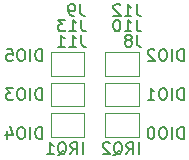
<source format=gbr>
%TF.GenerationSoftware,KiCad,Pcbnew,(5.1.10)-1*%
%TF.CreationDate,2021-05-28T10:13:55+00:00*%
%TF.ProjectId,co2_sensor_node,636f325f-7365-46e7-936f-725f6e6f6465,rev?*%
%TF.SameCoordinates,Original*%
%TF.FileFunction,Legend,Bot*%
%TF.FilePolarity,Positive*%
%FSLAX46Y46*%
G04 Gerber Fmt 4.6, Leading zero omitted, Abs format (unit mm)*
G04 Created by KiCad (PCBNEW (5.1.10)-1) date 2021-05-28 10:13:55*
%MOMM*%
%LPD*%
G01*
G04 APERTURE LIST*
%ADD10C,0.150000*%
%ADD11C,0.120000*%
G04 APERTURE END LIST*
D10*
X158700000Y-121952380D02*
X158700000Y-120952380D01*
X158461904Y-120952380D01*
X158319047Y-121000000D01*
X158223809Y-121095238D01*
X158176190Y-121190476D01*
X158128571Y-121380952D01*
X158128571Y-121523809D01*
X158176190Y-121714285D01*
X158223809Y-121809523D01*
X158319047Y-121904761D01*
X158461904Y-121952380D01*
X158700000Y-121952380D01*
X157700000Y-121952380D02*
X157700000Y-120952380D01*
X157033333Y-120952380D02*
X156842857Y-120952380D01*
X156747619Y-121000000D01*
X156652380Y-121095238D01*
X156604761Y-121285714D01*
X156604761Y-121619047D01*
X156652380Y-121809523D01*
X156747619Y-121904761D01*
X156842857Y-121952380D01*
X157033333Y-121952380D01*
X157128571Y-121904761D01*
X157223809Y-121809523D01*
X157271428Y-121619047D01*
X157271428Y-121285714D01*
X157223809Y-121095238D01*
X157128571Y-121000000D01*
X157033333Y-120952380D01*
X156223809Y-121047619D02*
X156176190Y-121000000D01*
X156080952Y-120952380D01*
X155842857Y-120952380D01*
X155747619Y-121000000D01*
X155700000Y-121047619D01*
X155652380Y-121142857D01*
X155652380Y-121238095D01*
X155700000Y-121380952D01*
X156271428Y-121952380D01*
X155652380Y-121952380D01*
X158700000Y-125252380D02*
X158700000Y-124252380D01*
X158461904Y-124252380D01*
X158319047Y-124300000D01*
X158223809Y-124395238D01*
X158176190Y-124490476D01*
X158128571Y-124680952D01*
X158128571Y-124823809D01*
X158176190Y-125014285D01*
X158223809Y-125109523D01*
X158319047Y-125204761D01*
X158461904Y-125252380D01*
X158700000Y-125252380D01*
X157700000Y-125252380D02*
X157700000Y-124252380D01*
X157033333Y-124252380D02*
X156842857Y-124252380D01*
X156747619Y-124300000D01*
X156652380Y-124395238D01*
X156604761Y-124585714D01*
X156604761Y-124919047D01*
X156652380Y-125109523D01*
X156747619Y-125204761D01*
X156842857Y-125252380D01*
X157033333Y-125252380D01*
X157128571Y-125204761D01*
X157223809Y-125109523D01*
X157271428Y-124919047D01*
X157271428Y-124585714D01*
X157223809Y-124395238D01*
X157128571Y-124300000D01*
X157033333Y-124252380D01*
X155652380Y-125252380D02*
X156223809Y-125252380D01*
X155938095Y-125252380D02*
X155938095Y-124252380D01*
X156033333Y-124395238D01*
X156128571Y-124490476D01*
X156223809Y-124538095D01*
X158700000Y-128552380D02*
X158700000Y-127552380D01*
X158461904Y-127552380D01*
X158319047Y-127600000D01*
X158223809Y-127695238D01*
X158176190Y-127790476D01*
X158128571Y-127980952D01*
X158128571Y-128123809D01*
X158176190Y-128314285D01*
X158223809Y-128409523D01*
X158319047Y-128504761D01*
X158461904Y-128552380D01*
X158700000Y-128552380D01*
X157700000Y-128552380D02*
X157700000Y-127552380D01*
X157033333Y-127552380D02*
X156842857Y-127552380D01*
X156747619Y-127600000D01*
X156652380Y-127695238D01*
X156604761Y-127885714D01*
X156604761Y-128219047D01*
X156652380Y-128409523D01*
X156747619Y-128504761D01*
X156842857Y-128552380D01*
X157033333Y-128552380D01*
X157128571Y-128504761D01*
X157223809Y-128409523D01*
X157271428Y-128219047D01*
X157271428Y-127885714D01*
X157223809Y-127695238D01*
X157128571Y-127600000D01*
X157033333Y-127552380D01*
X155985714Y-127552380D02*
X155890476Y-127552380D01*
X155795238Y-127600000D01*
X155747619Y-127647619D01*
X155700000Y-127742857D01*
X155652380Y-127933333D01*
X155652380Y-128171428D01*
X155700000Y-128361904D01*
X155747619Y-128457142D01*
X155795238Y-128504761D01*
X155890476Y-128552380D01*
X155985714Y-128552380D01*
X156080952Y-128504761D01*
X156128571Y-128457142D01*
X156176190Y-128361904D01*
X156223809Y-128171428D01*
X156223809Y-127933333D01*
X156176190Y-127742857D01*
X156128571Y-127647619D01*
X156080952Y-127600000D01*
X155985714Y-127552380D01*
X154900000Y-129852380D02*
X154900000Y-128852380D01*
X153852380Y-129852380D02*
X154185714Y-129376190D01*
X154423809Y-129852380D02*
X154423809Y-128852380D01*
X154042857Y-128852380D01*
X153947619Y-128900000D01*
X153900000Y-128947619D01*
X153852380Y-129042857D01*
X153852380Y-129185714D01*
X153900000Y-129280952D01*
X153947619Y-129328571D01*
X154042857Y-129376190D01*
X154423809Y-129376190D01*
X152757142Y-129947619D02*
X152852380Y-129900000D01*
X152947619Y-129804761D01*
X153090476Y-129661904D01*
X153185714Y-129614285D01*
X153280952Y-129614285D01*
X153233333Y-129852380D02*
X153328571Y-129804761D01*
X153423809Y-129709523D01*
X153471428Y-129519047D01*
X153471428Y-129185714D01*
X153423809Y-128995238D01*
X153328571Y-128900000D01*
X153233333Y-128852380D01*
X153042857Y-128852380D01*
X152947619Y-128900000D01*
X152852380Y-128995238D01*
X152804761Y-129185714D01*
X152804761Y-129519047D01*
X152852380Y-129709523D01*
X152947619Y-129804761D01*
X153042857Y-129852380D01*
X153233333Y-129852380D01*
X152423809Y-128947619D02*
X152376190Y-128900000D01*
X152280952Y-128852380D01*
X152042857Y-128852380D01*
X151947619Y-128900000D01*
X151900000Y-128947619D01*
X151852380Y-129042857D01*
X151852380Y-129138095D01*
X151900000Y-129280952D01*
X152471428Y-129852380D01*
X151852380Y-129852380D01*
X150164404Y-129852380D02*
X150164404Y-128852380D01*
X149116785Y-129852380D02*
X149450119Y-129376190D01*
X149688214Y-129852380D02*
X149688214Y-128852380D01*
X149307261Y-128852380D01*
X149212023Y-128900000D01*
X149164404Y-128947619D01*
X149116785Y-129042857D01*
X149116785Y-129185714D01*
X149164404Y-129280952D01*
X149212023Y-129328571D01*
X149307261Y-129376190D01*
X149688214Y-129376190D01*
X148021547Y-129947619D02*
X148116785Y-129900000D01*
X148212023Y-129804761D01*
X148354880Y-129661904D01*
X148450119Y-129614285D01*
X148545357Y-129614285D01*
X148497738Y-129852380D02*
X148592976Y-129804761D01*
X148688214Y-129709523D01*
X148735833Y-129519047D01*
X148735833Y-129185714D01*
X148688214Y-128995238D01*
X148592976Y-128900000D01*
X148497738Y-128852380D01*
X148307261Y-128852380D01*
X148212023Y-128900000D01*
X148116785Y-128995238D01*
X148069166Y-129185714D01*
X148069166Y-129519047D01*
X148116785Y-129709523D01*
X148212023Y-129804761D01*
X148307261Y-129852380D01*
X148497738Y-129852380D01*
X147116785Y-129852380D02*
X147688214Y-129852380D01*
X147402500Y-129852380D02*
X147402500Y-128852380D01*
X147497738Y-128995238D01*
X147592976Y-129090476D01*
X147688214Y-129138095D01*
X146700000Y-121952380D02*
X146700000Y-120952380D01*
X146461904Y-120952380D01*
X146319047Y-121000000D01*
X146223809Y-121095238D01*
X146176190Y-121190476D01*
X146128571Y-121380952D01*
X146128571Y-121523809D01*
X146176190Y-121714285D01*
X146223809Y-121809523D01*
X146319047Y-121904761D01*
X146461904Y-121952380D01*
X146700000Y-121952380D01*
X145700000Y-121952380D02*
X145700000Y-120952380D01*
X145033333Y-120952380D02*
X144842857Y-120952380D01*
X144747619Y-121000000D01*
X144652380Y-121095238D01*
X144604761Y-121285714D01*
X144604761Y-121619047D01*
X144652380Y-121809523D01*
X144747619Y-121904761D01*
X144842857Y-121952380D01*
X145033333Y-121952380D01*
X145128571Y-121904761D01*
X145223809Y-121809523D01*
X145271428Y-121619047D01*
X145271428Y-121285714D01*
X145223809Y-121095238D01*
X145128571Y-121000000D01*
X145033333Y-120952380D01*
X143700000Y-120952380D02*
X144176190Y-120952380D01*
X144223809Y-121428571D01*
X144176190Y-121380952D01*
X144080952Y-121333333D01*
X143842857Y-121333333D01*
X143747619Y-121380952D01*
X143700000Y-121428571D01*
X143652380Y-121523809D01*
X143652380Y-121761904D01*
X143700000Y-121857142D01*
X143747619Y-121904761D01*
X143842857Y-121952380D01*
X144080952Y-121952380D01*
X144176190Y-121904761D01*
X144223809Y-121857142D01*
X146700000Y-125252380D02*
X146700000Y-124252380D01*
X146461904Y-124252380D01*
X146319047Y-124300000D01*
X146223809Y-124395238D01*
X146176190Y-124490476D01*
X146128571Y-124680952D01*
X146128571Y-124823809D01*
X146176190Y-125014285D01*
X146223809Y-125109523D01*
X146319047Y-125204761D01*
X146461904Y-125252380D01*
X146700000Y-125252380D01*
X145700000Y-125252380D02*
X145700000Y-124252380D01*
X145033333Y-124252380D02*
X144842857Y-124252380D01*
X144747619Y-124300000D01*
X144652380Y-124395238D01*
X144604761Y-124585714D01*
X144604761Y-124919047D01*
X144652380Y-125109523D01*
X144747619Y-125204761D01*
X144842857Y-125252380D01*
X145033333Y-125252380D01*
X145128571Y-125204761D01*
X145223809Y-125109523D01*
X145271428Y-124919047D01*
X145271428Y-124585714D01*
X145223809Y-124395238D01*
X145128571Y-124300000D01*
X145033333Y-124252380D01*
X144271428Y-124252380D02*
X143652380Y-124252380D01*
X143985714Y-124633333D01*
X143842857Y-124633333D01*
X143747619Y-124680952D01*
X143700000Y-124728571D01*
X143652380Y-124823809D01*
X143652380Y-125061904D01*
X143700000Y-125157142D01*
X143747619Y-125204761D01*
X143842857Y-125252380D01*
X144128571Y-125252380D01*
X144223809Y-125204761D01*
X144271428Y-125157142D01*
X146700000Y-128552380D02*
X146700000Y-127552380D01*
X146461904Y-127552380D01*
X146319047Y-127600000D01*
X146223809Y-127695238D01*
X146176190Y-127790476D01*
X146128571Y-127980952D01*
X146128571Y-128123809D01*
X146176190Y-128314285D01*
X146223809Y-128409523D01*
X146319047Y-128504761D01*
X146461904Y-128552380D01*
X146700000Y-128552380D01*
X145700000Y-128552380D02*
X145700000Y-127552380D01*
X145033333Y-127552380D02*
X144842857Y-127552380D01*
X144747619Y-127600000D01*
X144652380Y-127695238D01*
X144604761Y-127885714D01*
X144604761Y-128219047D01*
X144652380Y-128409523D01*
X144747619Y-128504761D01*
X144842857Y-128552380D01*
X145033333Y-128552380D01*
X145128571Y-128504761D01*
X145223809Y-128409523D01*
X145271428Y-128219047D01*
X145271428Y-127885714D01*
X145223809Y-127695238D01*
X145128571Y-127600000D01*
X145033333Y-127552380D01*
X143747619Y-127885714D02*
X143747619Y-128552380D01*
X143985714Y-127504761D02*
X144223809Y-128219047D01*
X143604761Y-128219047D01*
D11*
%TO.C,J13*%
X147425000Y-125800000D02*
X150225000Y-125800000D01*
X150225000Y-125800000D02*
X150225000Y-123800000D01*
X150225000Y-123800000D02*
X147425000Y-123800000D01*
X147425000Y-123800000D02*
X147425000Y-125800000D01*
%TO.C,J12*%
X154875000Y-121200000D02*
X152075000Y-121200000D01*
X152075000Y-121200000D02*
X152075000Y-123200000D01*
X152075000Y-123200000D02*
X154875000Y-123200000D01*
X154875000Y-123200000D02*
X154875000Y-121200000D01*
%TO.C,J11*%
X147425000Y-128400000D02*
X150225000Y-128400000D01*
X150225000Y-128400000D02*
X150225000Y-126400000D01*
X150225000Y-126400000D02*
X147425000Y-126400000D01*
X147425000Y-126400000D02*
X147425000Y-128400000D01*
%TO.C,J10*%
X154875000Y-123800000D02*
X152075000Y-123800000D01*
X152075000Y-123800000D02*
X152075000Y-125800000D01*
X152075000Y-125800000D02*
X154875000Y-125800000D01*
X154875000Y-125800000D02*
X154875000Y-123800000D01*
%TO.C,J9*%
X147425000Y-123200000D02*
X150225000Y-123200000D01*
X150225000Y-123200000D02*
X150225000Y-121200000D01*
X150225000Y-121200000D02*
X147425000Y-121200000D01*
X147425000Y-121200000D02*
X147425000Y-123200000D01*
%TO.C,J8*%
X154875000Y-126400000D02*
X152075000Y-126400000D01*
X152075000Y-126400000D02*
X152075000Y-128400000D01*
X152075000Y-128400000D02*
X154875000Y-128400000D01*
X154875000Y-128400000D02*
X154875000Y-126400000D01*
%TO.C,J13*%
D10*
X150009523Y-118452380D02*
X150009523Y-119166666D01*
X150057142Y-119309523D01*
X150152380Y-119404761D01*
X150295238Y-119452380D01*
X150390476Y-119452380D01*
X149009523Y-119452380D02*
X149580952Y-119452380D01*
X149295238Y-119452380D02*
X149295238Y-118452380D01*
X149390476Y-118595238D01*
X149485714Y-118690476D01*
X149580952Y-118738095D01*
X148676190Y-118452380D02*
X148057142Y-118452380D01*
X148390476Y-118833333D01*
X148247619Y-118833333D01*
X148152380Y-118880952D01*
X148104761Y-118928571D01*
X148057142Y-119023809D01*
X148057142Y-119261904D01*
X148104761Y-119357142D01*
X148152380Y-119404761D01*
X148247619Y-119452380D01*
X148533333Y-119452380D01*
X148628571Y-119404761D01*
X148676190Y-119357142D01*
%TO.C,J12*%
X154709523Y-117152380D02*
X154709523Y-117866666D01*
X154757142Y-118009523D01*
X154852380Y-118104761D01*
X154995238Y-118152380D01*
X155090476Y-118152380D01*
X153709523Y-118152380D02*
X154280952Y-118152380D01*
X153995238Y-118152380D02*
X153995238Y-117152380D01*
X154090476Y-117295238D01*
X154185714Y-117390476D01*
X154280952Y-117438095D01*
X153328571Y-117247619D02*
X153280952Y-117200000D01*
X153185714Y-117152380D01*
X152947619Y-117152380D01*
X152852380Y-117200000D01*
X152804761Y-117247619D01*
X152757142Y-117342857D01*
X152757142Y-117438095D01*
X152804761Y-117580952D01*
X153376190Y-118152380D01*
X152757142Y-118152380D01*
%TO.C,J11*%
X150009523Y-119752380D02*
X150009523Y-120466666D01*
X150057142Y-120609523D01*
X150152380Y-120704761D01*
X150295238Y-120752380D01*
X150390476Y-120752380D01*
X149009523Y-120752380D02*
X149580952Y-120752380D01*
X149295238Y-120752380D02*
X149295238Y-119752380D01*
X149390476Y-119895238D01*
X149485714Y-119990476D01*
X149580952Y-120038095D01*
X148057142Y-120752380D02*
X148628571Y-120752380D01*
X148342857Y-120752380D02*
X148342857Y-119752380D01*
X148438095Y-119895238D01*
X148533333Y-119990476D01*
X148628571Y-120038095D01*
%TO.C,J10*%
X154709523Y-118452380D02*
X154709523Y-119166666D01*
X154757142Y-119309523D01*
X154852380Y-119404761D01*
X154995238Y-119452380D01*
X155090476Y-119452380D01*
X153709523Y-119452380D02*
X154280952Y-119452380D01*
X153995238Y-119452380D02*
X153995238Y-118452380D01*
X154090476Y-118595238D01*
X154185714Y-118690476D01*
X154280952Y-118738095D01*
X153090476Y-118452380D02*
X152995238Y-118452380D01*
X152900000Y-118500000D01*
X152852380Y-118547619D01*
X152804761Y-118642857D01*
X152757142Y-118833333D01*
X152757142Y-119071428D01*
X152804761Y-119261904D01*
X152852380Y-119357142D01*
X152900000Y-119404761D01*
X152995238Y-119452380D01*
X153090476Y-119452380D01*
X153185714Y-119404761D01*
X153233333Y-119357142D01*
X153280952Y-119261904D01*
X153328571Y-119071428D01*
X153328571Y-118833333D01*
X153280952Y-118642857D01*
X153233333Y-118547619D01*
X153185714Y-118500000D01*
X153090476Y-118452380D01*
%TO.C,J9*%
X149933333Y-117152380D02*
X149933333Y-117866666D01*
X149980952Y-118009523D01*
X150076190Y-118104761D01*
X150219047Y-118152380D01*
X150314285Y-118152380D01*
X149409523Y-118152380D02*
X149219047Y-118152380D01*
X149123809Y-118104761D01*
X149076190Y-118057142D01*
X148980952Y-117914285D01*
X148933333Y-117723809D01*
X148933333Y-117342857D01*
X148980952Y-117247619D01*
X149028571Y-117200000D01*
X149123809Y-117152380D01*
X149314285Y-117152380D01*
X149409523Y-117200000D01*
X149457142Y-117247619D01*
X149504761Y-117342857D01*
X149504761Y-117580952D01*
X149457142Y-117676190D01*
X149409523Y-117723809D01*
X149314285Y-117771428D01*
X149123809Y-117771428D01*
X149028571Y-117723809D01*
X148980952Y-117676190D01*
X148933333Y-117580952D01*
%TO.C,J8*%
X154733333Y-119752380D02*
X154733333Y-120466666D01*
X154780952Y-120609523D01*
X154876190Y-120704761D01*
X155019047Y-120752380D01*
X155114285Y-120752380D01*
X154114285Y-120180952D02*
X154209523Y-120133333D01*
X154257142Y-120085714D01*
X154304761Y-119990476D01*
X154304761Y-119942857D01*
X154257142Y-119847619D01*
X154209523Y-119800000D01*
X154114285Y-119752380D01*
X153923809Y-119752380D01*
X153828571Y-119800000D01*
X153780952Y-119847619D01*
X153733333Y-119942857D01*
X153733333Y-119990476D01*
X153780952Y-120085714D01*
X153828571Y-120133333D01*
X153923809Y-120180952D01*
X154114285Y-120180952D01*
X154209523Y-120228571D01*
X154257142Y-120276190D01*
X154304761Y-120371428D01*
X154304761Y-120561904D01*
X154257142Y-120657142D01*
X154209523Y-120704761D01*
X154114285Y-120752380D01*
X153923809Y-120752380D01*
X153828571Y-120704761D01*
X153780952Y-120657142D01*
X153733333Y-120561904D01*
X153733333Y-120371428D01*
X153780952Y-120276190D01*
X153828571Y-120228571D01*
X153923809Y-120180952D01*
%TD*%
M02*

</source>
